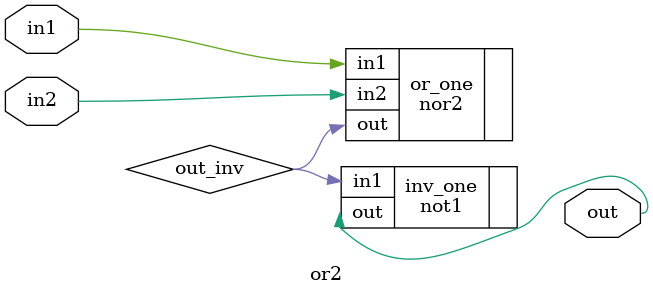
<source format=v>
module or2 (in1,in2,out);
    input in1,in2;
    output out;

    wire out_inv;

    nor2 or_one(.in1(in1), .in2(in2), .out(out_inv));
    not1 inv_one(.in1(out_inv), .out(out));

endmodule

</source>
